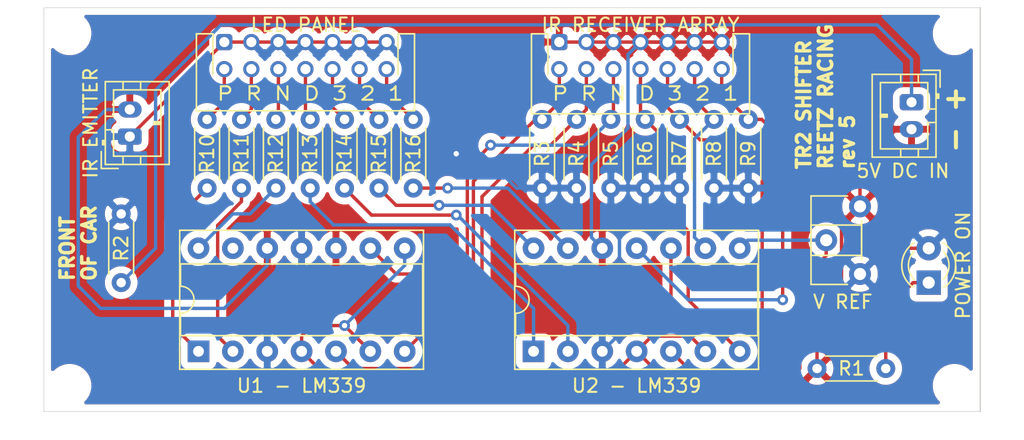
<source format=kicad_pcb>
(kicad_pcb (version 20171130) (host pcbnew "(5.1.5-0)")
  (layers (0 F.Cu signal) (31 B.Cu signal) (34 B.Paste user) (35 F.Paste user) (36 B.SilkS user) (37 F.SilkS user) (38 B.Mask user) (39 F.Mask user) (44 Edge.Cuts user))
  (net 0 "")
  (net 1 GND)
  (net 2 PARK_IR)
  (net 3 REV_IR)
  (net 4 NEU_IR)
  (net 5 DRIVE_IR)
  (net 6 3_IR)
  (net 7 +5V)
  (net 8 PARK_INDICATOR)
  (net 9 REV_INDICATOR)
  (net 10 NEU_INDICATOR)
  (net 11 DRIVE_INDICATOR)
  (net 12 3_INDICATOR)
  (net 13 2_IR)
  (net 14 1_IR)
  (net 15 2_INDICATOR)
  (net 16 1_INDICATOR)
  (net 17 "Net-(R14-Pad2)")
  (net 18 "Net-(R15-Pad2)")
  (net 19 REF_V)
  (net 20 "Net-(J3-Pad1)")
  (net 21 "Net-(D1-Pad1)")
  (net 22 "Net-(U1-Pad13)")
  (net 23 "Net-(R10-Pad1)")
  (net 24 "Net-(R11-Pad1)")
  (net 25 "Net-(R12-Pad2)")
  (net 26 "Net-(R13-Pad2)")
  (net 27 "Net-(R16-Pad2)")
  (module Connector_JST:JST_PHD_S14B-PHDSS_2x07_P2.00mm_Horizontal (layer F.Cu) (at 165.1 71.12)
    (fp_text reference "LED PANEL" (at 6 -1.27) (layer F.SilkS))
    (fp_text value Conn_02x07_Odd_Even)
    (fp_line (start -0.84 2.39) (end -0.84 -0.61) (layer F.SilkS) (width 0.12))
    (fp_line (start -0.84 -0.61) (end -2.06 -0.61) (layer F.SilkS) (width 0.12))
    (fp_line (start -2.06 -0.61) (end -2.06 5.08) (layer F.SilkS) (width 0.12))
    (fp_line (start -2.06 5.08) (end 6 5.08) (layer F.SilkS) (width 0.12))
    (fp_line (start 12.84 2.39) (end 12.84 -0.61) (layer F.SilkS) (width 0.12))
    (fp_line (start 12.84 -0.61) (end 14.06 -0.61) (layer F.SilkS) (width 0.12))
    (fp_line (start 14.06 -0.61) (end 14.06 5.08) (layer F.SilkS) (width 0.12))
    (fp_line (start 14.06 5.08) (end 6 5.08) (layer F.SilkS) (width 0.12))
    (pad 1 thru_hole roundrect (at 0 0) (size 1.2 1.2) (drill 0.75) (layers *.Cu *.Mask) (roundrect_rratio 0.208333) (net 7 +5V))
    (pad 3 thru_hole circle (at 2 0) (size 1.2 1.2) (drill 0.75) (layers *.Cu *.Mask) (net 7 +5V))
    (pad 5 thru_hole circle (at 4 0) (size 1.2 1.2) (drill 0.75) (layers *.Cu *.Mask) (net 7 +5V))
    (pad 7 thru_hole circle (at 6 0) (size 1.2 1.2) (drill 0.75) (layers *.Cu *.Mask) (net 7 +5V))
    (pad 9 thru_hole circle (at 8 0) (size 1.2 1.2) (drill 0.75) (layers *.Cu *.Mask) (net 7 +5V))
    (pad 11 thru_hole circle (at 10 0) (size 1.2 1.2) (drill 0.75) (layers *.Cu *.Mask) (net 7 +5V))
    (pad 13 thru_hole circle (at 12 0) (size 1.2 1.2) (drill 0.75) (layers *.Cu *.Mask) (net 7 +5V))
    (pad 2 thru_hole circle (at 0 2) (size 1.2 1.2) (drill 0.75) (layers *.Cu *.Mask) (net 8 PARK_INDICATOR))
    (pad 4 thru_hole circle (at 2 2) (size 1.2 1.2) (drill 0.75) (layers *.Cu *.Mask) (net 9 REV_INDICATOR))
    (pad 6 thru_hole circle (at 4 2) (size 1.2 1.2) (drill 0.75) (layers *.Cu *.Mask) (net 10 NEU_INDICATOR))
    (pad 8 thru_hole circle (at 6 2) (size 1.2 1.2) (drill 0.75) (layers *.Cu *.Mask) (net 11 DRIVE_INDICATOR))
    (pad 10 thru_hole circle (at 8 2) (size 1.2 1.2) (drill 0.75) (layers *.Cu *.Mask) (net 12 3_INDICATOR))
    (pad 12 thru_hole circle (at 10 2) (size 1.2 1.2) (drill 0.75) (layers *.Cu *.Mask) (net 15 2_INDICATOR))
    (pad 14 thru_hole circle (at 12 2) (size 1.2 1.2) (drill 0.75) (layers *.Cu *.Mask) (net 16 1_INDICATOR))
  )
  (module Connector_JST:JST_PHD_S14B-PHDSS_2x07_P2.00mm_Horizontal (layer F.Cu) (at 189.865 71.12)
    (fp_text reference "IR RECEIVER ARRAY" (at 6 -1.27) (layer F.SilkS))
    (fp_text value Conn_02x07_Odd_Even)
    (fp_line (start 14.06 5.3) (end 6 5.3) (layer F.SilkS) (width 0.12))
    (fp_line (start 14.06 -0.61) (end 14.06 5.3) (layer F.SilkS) (width 0.12))
    (fp_line (start 12.84 -0.61) (end 14.06 -0.61) (layer F.SilkS) (width 0.12))
    (fp_line (start 12.84 2.39) (end 12.84 -0.61) (layer F.SilkS) (width 0.12))
    (fp_line (start -2.06 5.3) (end 6 5.3) (layer F.SilkS) (width 0.12))
    (fp_line (start -2.06 -0.61) (end -2.06 5.3) (layer F.SilkS) (width 0.12))
    (fp_line (start -0.84 -0.61) (end -2.06 -0.61) (layer F.SilkS) (width 0.12))
    (fp_line (start -0.84 2.39) (end -0.84 -0.61) (layer F.SilkS) (width 0.12))
    (pad 14 thru_hole circle (at 12 2) (size 1.2 1.2) (drill 0.75) (layers *.Cu *.Mask) (net 14 1_IR))
    (pad 12 thru_hole circle (at 10 2) (size 1.2 1.2) (drill 0.75) (layers *.Cu *.Mask) (net 13 2_IR))
    (pad 10 thru_hole circle (at 8 2) (size 1.2 1.2) (drill 0.75) (layers *.Cu *.Mask) (net 6 3_IR))
    (pad 8 thru_hole circle (at 6 2) (size 1.2 1.2) (drill 0.75) (layers *.Cu *.Mask) (net 5 DRIVE_IR))
    (pad 6 thru_hole circle (at 4 2) (size 1.2 1.2) (drill 0.75) (layers *.Cu *.Mask) (net 4 NEU_IR))
    (pad 4 thru_hole circle (at 2 2) (size 1.2 1.2) (drill 0.75) (layers *.Cu *.Mask) (net 3 REV_IR))
    (pad 2 thru_hole circle (at 0 2) (size 1.2 1.2) (drill 0.75) (layers *.Cu *.Mask) (net 2 PARK_IR))
    (pad 13 thru_hole circle (at 12 0) (size 1.2 1.2) (drill 0.75) (layers *.Cu *.Mask) (net 1 GND))
    (pad 11 thru_hole circle (at 10 0) (size 1.2 1.2) (drill 0.75) (layers *.Cu *.Mask) (net 1 GND))
    (pad 9 thru_hole circle (at 8 0) (size 1.2 1.2) (drill 0.75) (layers *.Cu *.Mask) (net 1 GND))
    (pad 7 thru_hole circle (at 6 0) (size 1.2 1.2) (drill 0.75) (layers *.Cu *.Mask) (net 1 GND))
    (pad 5 thru_hole circle (at 4 0) (size 1.2 1.2) (drill 0.75) (layers *.Cu *.Mask) (net 1 GND))
    (pad 3 thru_hole circle (at 2 0) (size 1.2 1.2) (drill 0.75) (layers *.Cu *.Mask) (net 1 GND))
    (pad 1 thru_hole roundrect (at 0 0) (size 1.2 1.2) (drill 0.75) (layers *.Cu *.Mask) (roundrect_rratio 0.208333) (net 1 GND))
  )
  (module Resistor_THT:R_Axial_DIN0204_L3.6mm_D1.6mm_P5.08mm_Horizontal (layer F.Cu) (at 188.595 76.835 270)
    (fp_text reference R3 (at 2.54 0 90) (layer F.SilkS))
    (fp_text value 1KΩ)
    (fp_line (start 0.62 0.92) (end 4.46 0.92) (layer F.SilkS) (width 0.12))
    (fp_line (start 0.62 -0.92) (end 4.46 -0.92) (layer F.SilkS) (width 0.12))
    (pad 2 thru_hole oval (at 5.08 0 270) (size 1.4 1.4) (drill 0.7) (layers *.Cu *.Mask) (net 7 +5V))
    (pad 1 thru_hole circle (at 0 0 270) (size 1.4 1.4) (drill 0.7) (layers *.Cu *.Mask) (net 2 PARK_IR))
  )
  (module Resistor_THT:R_Axial_DIN0204_L3.6mm_D1.6mm_P5.08mm_Horizontal (layer F.Cu) (at 179.07 76.835 270)
    (fp_text reference R16 (at 2.54 0 90) (layer F.SilkS))
    (fp_text value 22KΩ)
    (fp_line (start 0.62 0.92) (end 4.46 0.92) (layer F.SilkS) (width 0.12))
    (fp_line (start 0.62 -0.92) (end 4.46 -0.92) (layer F.SilkS) (width 0.12))
    (pad 2 thru_hole oval (at 5.08 0 270) (size 1.4 1.4) (drill 0.7) (layers *.Cu *.Mask) (net 27 "Net-(R16-Pad2)"))
    (pad 1 thru_hole circle (at 0 0 270) (size 1.4 1.4) (drill 0.7) (layers *.Cu *.Mask) (net 16 1_INDICATOR))
  )
  (module Resistor_THT:R_Axial_DIN0204_L3.6mm_D1.6mm_P5.08mm_Horizontal (layer F.Cu) (at 176.53 76.835 270)
    (fp_text reference R15 (at 2.54 0 90) (layer F.SilkS))
    (fp_text value 22KΩ)
    (fp_line (start 0.62 0.92) (end 4.46 0.92) (layer F.SilkS) (width 0.12))
    (fp_line (start 0.62 -0.92) (end 4.46 -0.92) (layer F.SilkS) (width 0.12))
    (pad 2 thru_hole oval (at 5.08 0 270) (size 1.4 1.4) (drill 0.7) (layers *.Cu *.Mask) (net 18 "Net-(R15-Pad2)"))
    (pad 1 thru_hole circle (at 0 0 270) (size 1.4 1.4) (drill 0.7) (layers *.Cu *.Mask) (net 15 2_INDICATOR))
  )
  (module Resistor_THT:R_Axial_DIN0204_L3.6mm_D1.6mm_P5.08mm_Horizontal (layer F.Cu) (at 203.835 76.835 270)
    (fp_text reference R9 (at 2.54 0 90) (layer F.SilkS))
    (fp_text value 1KΩ)
    (fp_line (start 0.62 0.92) (end 4.46 0.92) (layer F.SilkS) (width 0.12))
    (fp_line (start 0.62 -0.92) (end 4.46 -0.92) (layer F.SilkS) (width 0.12))
    (pad 2 thru_hole oval (at 5.08 0 270) (size 1.4 1.4) (drill 0.7) (layers *.Cu *.Mask) (net 7 +5V))
    (pad 1 thru_hole circle (at 0 0 270) (size 1.4 1.4) (drill 0.7) (layers *.Cu *.Mask) (net 14 1_IR))
  )
  (module Resistor_THT:R_Axial_DIN0204_L3.6mm_D1.6mm_P5.08mm_Horizontal (layer F.Cu) (at 201.295 76.835 270)
    (fp_text reference R8 (at 2.54 0 90) (layer F.SilkS))
    (fp_text value 1KΩ)
    (fp_line (start 0.62 0.92) (end 4.46 0.92) (layer F.SilkS) (width 0.12))
    (fp_line (start 0.62 -0.92) (end 4.46 -0.92) (layer F.SilkS) (width 0.12))
    (pad 2 thru_hole oval (at 5.08 0 270) (size 1.4 1.4) (drill 0.7) (layers *.Cu *.Mask) (net 7 +5V))
    (pad 1 thru_hole circle (at 0 0 270) (size 1.4 1.4) (drill 0.7) (layers *.Cu *.Mask) (net 13 2_IR))
  )
  (module Resistor_THT:R_Axial_DIN0204_L3.6mm_D1.6mm_P5.08mm_Horizontal (layer F.Cu) (at 173.99 76.835 270)
    (fp_text reference R14 (at 2.54 0 90) (layer F.SilkS))
    (fp_text value 22KΩ)
    (fp_line (start 0.62 0.92) (end 4.46 0.92) (layer F.SilkS) (width 0.12))
    (fp_line (start 0.62 -0.92) (end 4.46 -0.92) (layer F.SilkS) (width 0.12))
    (pad 2 thru_hole oval (at 5.08 0 270) (size 1.4 1.4) (drill 0.7) (layers *.Cu *.Mask) (net 17 "Net-(R14-Pad2)"))
    (pad 1 thru_hole circle (at 0 0 270) (size 1.4 1.4) (drill 0.7) (layers *.Cu *.Mask) (net 12 3_INDICATOR))
  )
  (module Resistor_THT:R_Axial_DIN0204_L3.6mm_D1.6mm_P5.08mm_Horizontal (layer F.Cu) (at 171.45 76.835 270)
    (fp_text reference R13 (at 2.54 0 90) (layer F.SilkS))
    (fp_text value 22KΩ)
    (fp_line (start 0.62 0.92) (end 4.46 0.92) (layer F.SilkS) (width 0.12))
    (fp_line (start 0.62 -0.92) (end 4.46 -0.92) (layer F.SilkS) (width 0.12))
    (pad 2 thru_hole oval (at 5.08 0 270) (size 1.4 1.4) (drill 0.7) (layers *.Cu *.Mask) (net 26 "Net-(R13-Pad2)"))
    (pad 1 thru_hole circle (at 0 0 270) (size 1.4 1.4) (drill 0.7) (layers *.Cu *.Mask) (net 11 DRIVE_INDICATOR))
  )
  (module Resistor_THT:R_Axial_DIN0204_L3.6mm_D1.6mm_P5.08mm_Horizontal (layer F.Cu) (at 168.91 76.835 270)
    (fp_text reference R12 (at 2.54 0 90) (layer F.SilkS))
    (fp_text value 4.7KΩ)
    (fp_line (start 0.62 0.92) (end 4.46 0.92) (layer F.SilkS) (width 0.12))
    (fp_line (start 0.62 -0.92) (end 4.46 -0.92) (layer F.SilkS) (width 0.12))
    (pad 2 thru_hole oval (at 5.08 0 270) (size 1.4 1.4) (drill 0.7) (layers *.Cu *.Mask) (net 25 "Net-(R12-Pad2)"))
    (pad 1 thru_hole circle (at 0 0 270) (size 1.4 1.4) (drill 0.7) (layers *.Cu *.Mask) (net 10 NEU_INDICATOR))
  )
  (module Resistor_THT:R_Axial_DIN0204_L3.6mm_D1.6mm_P5.08mm_Horizontal (layer F.Cu) (at 166.37 81.915 90)
    (fp_text reference R11 (at 2.54 0 90) (layer F.SilkS))
    (fp_text value 4.7KΩ)
    (fp_line (start 0.62 0.92) (end 4.46 0.92) (layer F.SilkS) (width 0.12))
    (fp_line (start 0.62 -0.92) (end 4.46 -0.92) (layer F.SilkS) (width 0.12))
    (pad 2 thru_hole oval (at 5.08 0 90) (size 1.4 1.4) (drill 0.7) (layers *.Cu *.Mask) (net 9 REV_INDICATOR))
    (pad 1 thru_hole circle (at 0 0 90) (size 1.4 1.4) (drill 0.7) (layers *.Cu *.Mask) (net 24 "Net-(R11-Pad1)"))
  )
  (module Resistor_THT:R_Axial_DIN0204_L3.6mm_D1.6mm_P5.08mm_Horizontal (layer F.Cu) (at 163.83 81.915 90)
    (fp_text reference R10 (at 2.54 0 90) (layer F.SilkS))
    (fp_text value 4.7KΩ)
    (fp_line (start 0.62 0.92) (end 4.46 0.92) (layer F.SilkS) (width 0.12))
    (fp_line (start 0.62 -0.92) (end 4.46 -0.92) (layer F.SilkS) (width 0.12))
    (pad 2 thru_hole oval (at 5.08 0 90) (size 1.4 1.4) (drill 0.7) (layers *.Cu *.Mask) (net 8 PARK_INDICATOR))
    (pad 1 thru_hole circle (at 0 0 90) (size 1.4 1.4) (drill 0.7) (layers *.Cu *.Mask) (net 23 "Net-(R10-Pad1)"))
  )
  (module Resistor_THT:R_Axial_DIN0204_L3.6mm_D1.6mm_P5.08mm_Horizontal (layer F.Cu) (at 198.755 76.835 270)
    (fp_text reference R7 (at 2.54 0 90) (layer F.SilkS))
    (fp_text value 1KΩ)
    (fp_line (start 0.62 0.92) (end 4.46 0.92) (layer F.SilkS) (width 0.12))
    (fp_line (start 0.62 -0.92) (end 4.46 -0.92) (layer F.SilkS) (width 0.12))
    (pad 2 thru_hole oval (at 5.08 0 270) (size 1.4 1.4) (drill 0.7) (layers *.Cu *.Mask) (net 7 +5V))
    (pad 1 thru_hole circle (at 0 0 270) (size 1.4 1.4) (drill 0.7) (layers *.Cu *.Mask) (net 6 3_IR))
  )
  (module Resistor_THT:R_Axial_DIN0204_L3.6mm_D1.6mm_P5.08mm_Horizontal (layer F.Cu) (at 196.215 76.835 270)
    (fp_text reference R6 (at 2.54 0 90) (layer F.SilkS))
    (fp_text value 1KΩ)
    (fp_line (start 0.62 0.92) (end 4.46 0.92) (layer F.SilkS) (width 0.12))
    (fp_line (start 0.62 -0.92) (end 4.46 -0.92) (layer F.SilkS) (width 0.12))
    (pad 2 thru_hole oval (at 5.08 0 270) (size 1.4 1.4) (drill 0.7) (layers *.Cu *.Mask) (net 7 +5V))
    (pad 1 thru_hole circle (at 0 0 270) (size 1.4 1.4) (drill 0.7) (layers *.Cu *.Mask) (net 5 DRIVE_IR))
  )
  (module Resistor_THT:R_Axial_DIN0204_L3.6mm_D1.6mm_P5.08mm_Horizontal (layer F.Cu) (at 193.675 76.835 270)
    (fp_text reference R5 (at 2.54 0 90) (layer F.SilkS))
    (fp_text value 1KΩ)
    (fp_line (start 0.62 0.92) (end 4.46 0.92) (layer F.SilkS) (width 0.12))
    (fp_line (start 0.62 -0.92) (end 4.46 -0.92) (layer F.SilkS) (width 0.12))
    (pad 2 thru_hole oval (at 5.08 0 270) (size 1.4 1.4) (drill 0.7) (layers *.Cu *.Mask) (net 7 +5V))
    (pad 1 thru_hole circle (at 0 0 270) (size 1.4 1.4) (drill 0.7) (layers *.Cu *.Mask) (net 4 NEU_IR))
  )
  (module Resistor_THT:R_Axial_DIN0204_L3.6mm_D1.6mm_P5.08mm_Horizontal (layer F.Cu) (at 191.135 76.835 270)
    (fp_text reference R4 (at 2.54 0 90) (layer F.SilkS))
    (fp_text value 1KΩ)
    (fp_line (start 0.62 0.92) (end 4.46 0.92) (layer F.SilkS) (width 0.12))
    (fp_line (start 0.62 -0.92) (end 4.46 -0.92) (layer F.SilkS) (width 0.12))
    (pad 2 thru_hole oval (at 5.08 0 270) (size 1.4 1.4) (drill 0.7) (layers *.Cu *.Mask) (net 7 +5V))
    (pad 1 thru_hole circle (at 0 0 270) (size 1.4 1.4) (drill 0.7) (layers *.Cu *.Mask) (net 3 REV_IR))
  )
  (module LED_THT:LED_D3.0mm (layer F.Cu) (at 217.17 88.9 90)
    (fp_text reference "POWER ON" (at 1.27 2.54 90) (layer F.SilkS))
    (fp_text value "POWER ON")
    (fp_line (start -0.29 1.08) (end -0.29 1.236) (layer F.SilkS) (width 0.12))
    (fp_line (start -0.29 -1.236) (end -0.29 -1.08) (layer F.SilkS) (width 0.12))
    (fp_arc (start 1.27 0) (end 0.229039 1.08) (angle -87.9) (layer F.SilkS) (width 0.12))
    (fp_arc (start 1.27 0) (end 0.229039 -1.08) (angle 87.9) (layer F.SilkS) (width 0.12))
    (fp_arc (start 1.27 0) (end -0.29 1.235516) (angle -108.8) (layer F.SilkS) (width 0.12))
    (fp_arc (start 1.27 0) (end -0.29 -1.235516) (angle 108.8) (layer F.SilkS) (width 0.12))
    (pad 2 thru_hole circle (at 2.54 0 90) (size 1.8 1.8) (drill 0.9) (layers *.Cu *.Mask) (net 7 +5V))
    (pad 1 thru_hole rect (at 0 0 90) (size 1.8 1.8) (drill 0.9) (layers *.Cu *.Mask) (net 21 "Net-(D1-Pad1)"))
  )
  (module Package_DIP:DIP-14_W7.62mm_Socket (layer F.Cu) (at 187.96 93.98 90)
    (fp_text reference "U2 - LM339" (at -2.54 7.62 180) (layer F.SilkS))
    (fp_text value LM339_DIP)
    (fp_line (start 8.95 -1.39) (end -1.33 -1.39) (layer F.SilkS) (width 0.12))
    (fp_line (start 8.95 16.63) (end 8.95 -1.39) (layer F.SilkS) (width 0.12))
    (fp_line (start -1.33 16.63) (end 8.95 16.63) (layer F.SilkS) (width 0.12))
    (fp_line (start -1.33 -1.39) (end -1.33 16.63) (layer F.SilkS) (width 0.12))
    (fp_line (start 6.46 -1.33) (end 4.81 -1.33) (layer F.SilkS) (width 0.12))
    (fp_line (start 6.46 16.57) (end 6.46 -1.33) (layer F.SilkS) (width 0.12))
    (fp_line (start 1.16 16.57) (end 6.46 16.57) (layer F.SilkS) (width 0.12))
    (fp_line (start 1.16 -1.33) (end 1.16 16.57) (layer F.SilkS) (width 0.12))
    (fp_line (start 2.81 -1.33) (end 1.16 -1.33) (layer F.SilkS) (width 0.12))
    (fp_arc (start 3.81 -1.33) (end 2.81 -1.33) (angle -180) (layer F.SilkS) (width 0.12))
    (pad 14 thru_hole oval (at 7.62 0 90) (size 1.6 1.6) (drill 0.8) (layers *.Cu *.Mask) (net 18 "Net-(R15-Pad2)"))
    (pad 7 thru_hole oval (at 0 15.24 90) (size 1.6 1.6) (drill 0.8) (layers *.Cu *.Mask) (net 5 DRIVE_IR))
    (pad 13 thru_hole oval (at 7.62 2.54 90) (size 1.6 1.6) (drill 0.8) (layers *.Cu *.Mask) (net 27 "Net-(R16-Pad2)"))
    (pad 6 thru_hole oval (at 0 12.7 90) (size 1.6 1.6) (drill 0.8) (layers *.Cu *.Mask) (net 19 REF_V))
    (pad 12 thru_hole oval (at 7.62 5.08 90) (size 1.6 1.6) (drill 0.8) (layers *.Cu *.Mask) (net 1 GND))
    (pad 5 thru_hole oval (at 0 10.16 90) (size 1.6 1.6) (drill 0.8) (layers *.Cu *.Mask) (net 6 3_IR))
    (pad 11 thru_hole oval (at 7.62 7.62 90) (size 1.6 1.6) (drill 0.8) (layers *.Cu *.Mask) (net 14 1_IR))
    (pad 4 thru_hole oval (at 0 7.62 90) (size 1.6 1.6) (drill 0.8) (layers *.Cu *.Mask) (net 19 REF_V))
    (pad 10 thru_hole oval (at 7.62 10.16 90) (size 1.6 1.6) (drill 0.8) (layers *.Cu *.Mask) (net 19 REF_V))
    (pad 3 thru_hole oval (at 0 5.08 90) (size 1.6 1.6) (drill 0.8) (layers *.Cu *.Mask) (net 7 +5V))
    (pad 9 thru_hole oval (at 7.62 12.7 90) (size 1.6 1.6) (drill 0.8) (layers *.Cu *.Mask) (net 13 2_IR))
    (pad 2 thru_hole oval (at 0 2.54 90) (size 1.6 1.6) (drill 0.8) (layers *.Cu *.Mask) (net 17 "Net-(R14-Pad2)"))
    (pad 8 thru_hole oval (at 7.62 15.24 90) (size 1.6 1.6) (drill 0.8) (layers *.Cu *.Mask) (net 19 REF_V))
    (pad 1 thru_hole rect (at 0 0 90) (size 1.6 1.6) (drill 0.8) (layers *.Cu *.Mask) (net 26 "Net-(R13-Pad2)"))
  )
  (module Package_DIP:DIP-14_W7.62mm_Socket (layer F.Cu) (at 163.195 93.98 90)
    (fp_text reference "U1 - LM339" (at -2.54 7.62 180) (layer F.SilkS))
    (fp_text value LM339_DIP)
    (fp_line (start 8.95 -1.39) (end -1.33 -1.39) (layer F.SilkS) (width 0.12))
    (fp_line (start 8.95 16.63) (end 8.95 -1.39) (layer F.SilkS) (width 0.12))
    (fp_line (start -1.33 16.63) (end 8.95 16.63) (layer F.SilkS) (width 0.12))
    (fp_line (start -1.33 -1.39) (end -1.33 16.63) (layer F.SilkS) (width 0.12))
    (fp_line (start 6.46 -1.33) (end 4.81 -1.33) (layer F.SilkS) (width 0.12))
    (fp_line (start 6.46 16.57) (end 6.46 -1.33) (layer F.SilkS) (width 0.12))
    (fp_line (start 1.16 16.57) (end 6.46 16.57) (layer F.SilkS) (width 0.12))
    (fp_line (start 1.16 -1.33) (end 1.16 16.57) (layer F.SilkS) (width 0.12))
    (fp_line (start 2.81 -1.33) (end 1.16 -1.33) (layer F.SilkS) (width 0.12))
    (fp_arc (start 3.81 -1.33) (end 2.81 -1.33) (angle -180) (layer F.SilkS) (width 0.12))
    (pad 14 thru_hole oval (at 7.62 0 90) (size 1.6 1.6) (drill 0.8) (layers *.Cu *.Mask) (net 25 "Net-(R12-Pad2)"))
    (pad 7 thru_hole oval (at 0 15.24 90) (size 1.6 1.6) (drill 0.8) (layers *.Cu *.Mask) (net 2 PARK_IR))
    (pad 13 thru_hole oval (at 7.62 2.54 90) (size 1.6 1.6) (drill 0.8) (layers *.Cu *.Mask) (net 22 "Net-(U1-Pad13)"))
    (pad 6 thru_hole oval (at 0 12.7 90) (size 1.6 1.6) (drill 0.8) (layers *.Cu *.Mask) (net 19 REF_V))
    (pad 12 thru_hole oval (at 7.62 5.08 90) (size 1.6 1.6) (drill 0.8) (layers *.Cu *.Mask) (net 1 GND))
    (pad 5 thru_hole oval (at 0 10.16 90) (size 1.6 1.6) (drill 0.8) (layers *.Cu *.Mask) (net 3 REV_IR))
    (pad 11 thru_hole oval (at 7.62 7.62 90) (size 1.6 1.6) (drill 0.8) (layers *.Cu *.Mask) (net 7 +5V))
    (pad 4 thru_hole oval (at 0 7.62 90) (size 1.6 1.6) (drill 0.8) (layers *.Cu *.Mask) (net 19 REF_V))
    (pad 10 thru_hole oval (at 7.62 10.16 90) (size 1.6 1.6) (drill 0.8) (layers *.Cu *.Mask) (net 1 GND))
    (pad 3 thru_hole oval (at 0 5.08 90) (size 1.6 1.6) (drill 0.8) (layers *.Cu *.Mask) (net 7 +5V))
    (pad 9 thru_hole oval (at 7.62 12.7 90) (size 1.6 1.6) (drill 0.8) (layers *.Cu *.Mask) (net 4 NEU_IR))
    (pad 2 thru_hole oval (at 0 2.54 90) (size 1.6 1.6) (drill 0.8) (layers *.Cu *.Mask) (net 24 "Net-(R11-Pad1)"))
    (pad 8 thru_hole oval (at 7.62 15.24 90) (size 1.6 1.6) (drill 0.8) (layers *.Cu *.Mask) (net 19 REF_V))
    (pad 1 thru_hole rect (at 0 0 90) (size 1.6 1.6) (drill 0.8) (layers *.Cu *.Mask) (net 23 "Net-(R10-Pad1)"))
  )
  (module Resistor_THT:R_Axial_DIN0204_L3.6mm_D1.6mm_P5.08mm_Horizontal (layer F.Cu) (at 208.915 95.25)
    (fp_text reference R1 (at 2.54 0) (layer F.SilkS))
    (fp_text value 22KΩ)
    (fp_line (start 0.62 0.92) (end 4.46 0.92) (layer F.SilkS) (width 0.12))
    (fp_line (start 0.62 -0.92) (end 4.46 -0.92) (layer F.SilkS) (width 0.12))
    (pad 2 thru_hole oval (at 5.08 0) (size 1.4 1.4) (drill 0.7) (layers *.Cu *.Mask) (net 21 "Net-(D1-Pad1)"))
    (pad 1 thru_hole circle (at 0 0) (size 1.4 1.4) (drill 0.7) (layers *.Cu *.Mask) (net 1 GND))
  )
  (module MountingHole:MountingHole_2.2mm_M2 (layer F.Cu) (at 219.075 96.52)
    (fp_text reference H4 hide)
    (fp_text value MountingHole)
    (pad 1 np_thru_hole circle (at 0 0) (size 2.2 2.2) (drill 2.2) (layers *.Cu *.Mask))
  )
  (module MountingHole:MountingHole_2.2mm_M2 (layer F.Cu) (at 153.67 96.52)
    (fp_text reference H3 hide)
    (fp_text value MountingHole)
    (pad 1 np_thru_hole circle (at 0 0) (size 2.2 2.2) (drill 2.2) (layers *.Cu *.Mask))
  )
  (module MountingHole:MountingHole_2.2mm_M2 (layer F.Cu) (at 219.075 70.485)
    (fp_text reference H2 hide)
    (fp_text value MountingHole)
    (pad 1 np_thru_hole circle (at 0 0) (size 2.2 2.2) (drill 2.2) (layers *.Cu *.Mask))
  )
  (module MountingHole:MountingHole_2.2mm_M2 (layer F.Cu) (at 153.67 70.485)
    (fp_text reference H1 hide)
    (fp_text value MountingHole)
    (pad 1 np_thru_hole circle (at 0 0) (size 2.2 2.2) (drill 2.2) (layers *.Cu *.Mask))
  )
  (module Connector_JST:JST_PH_B2B-PH-K_1x02_P2.00mm_Vertical (layer F.Cu) (at 158.115 78.105 90)
    (fp_text reference "IR EMITTER" (at 1 -2.9 90) (layer F.SilkS))
    (fp_text value Conn_01x02)
    (fp_line (start -2.36 -2.11) (end -2.36 -0.86) (layer F.SilkS) (width 0.12))
    (fp_line (start -1.11 -2.11) (end -2.36 -2.11) (layer F.SilkS) (width 0.12))
    (fp_line (start 1 2.3) (end 1 1.8) (layer F.SilkS) (width 0.12))
    (fp_line (start 1.1 1.8) (end 1.1 2.3) (layer F.SilkS) (width 0.12))
    (fp_line (start 0.9 1.8) (end 1.1 1.8) (layer F.SilkS) (width 0.12))
    (fp_line (start 0.9 2.3) (end 0.9 1.8) (layer F.SilkS) (width 0.12))
    (fp_line (start 4.06 0.8) (end 3.45 0.8) (layer F.SilkS) (width 0.12))
    (fp_line (start 4.06 -0.5) (end 3.45 -0.5) (layer F.SilkS) (width 0.12))
    (fp_line (start -2.06 0.8) (end -1.45 0.8) (layer F.SilkS) (width 0.12))
    (fp_line (start -2.06 -0.5) (end -1.45 -0.5) (layer F.SilkS) (width 0.12))
    (fp_line (start 1.5 -1.2) (end 1.5 -1.81) (layer F.SilkS) (width 0.12))
    (fp_line (start 3.45 -1.2) (end 1.5 -1.2) (layer F.SilkS) (width 0.12))
    (fp_line (start 3.45 2.3) (end 3.45 -1.2) (layer F.SilkS) (width 0.12))
    (fp_line (start -1.45 2.3) (end 3.45 2.3) (layer F.SilkS) (width 0.12))
    (fp_line (start -1.45 -1.2) (end -1.45 2.3) (layer F.SilkS) (width 0.12))
    (fp_line (start 0.5 -1.2) (end -1.45 -1.2) (layer F.SilkS) (width 0.12))
    (fp_line (start 0.5 -1.81) (end 0.5 -1.2) (layer F.SilkS) (width 0.12))
    (fp_line (start -0.3 -1.91) (end -0.6 -1.91) (layer F.SilkS) (width 0.12))
    (fp_line (start -0.6 -2.01) (end -0.6 -1.81) (layer F.SilkS) (width 0.12))
    (fp_line (start -0.3 -2.01) (end -0.6 -2.01) (layer F.SilkS) (width 0.12))
    (fp_line (start -0.3 -1.81) (end -0.3 -2.01) (layer F.SilkS) (width 0.12))
    (fp_line (start 4.06 -1.81) (end -2.06 -1.81) (layer F.SilkS) (width 0.12))
    (fp_line (start 4.06 2.91) (end 4.06 -1.81) (layer F.SilkS) (width 0.12))
    (fp_line (start -2.06 2.91) (end 4.06 2.91) (layer F.SilkS) (width 0.12))
    (fp_line (start -2.06 -1.81) (end -2.06 2.91) (layer F.SilkS) (width 0.12))
    (pad 2 thru_hole oval (at 2 0 90) (size 1.2 1.75) (drill 0.75) (layers *.Cu *.Mask) (net 1 GND))
    (pad 1 thru_hole roundrect (at 0 0 90) (size 1.2 1.75) (drill 0.75) (layers *.Cu *.Mask) (roundrect_rratio 0.208333) (net 7 +5V))
  )
  (module Potentiometer_THT:Potentiometer_ACP_CA6-H2,5_Horizontal (layer F.Cu) (at 212.09 88.265 180)
    (fp_text reference "V REF" (at 1.27 -2.06) (layer F.SilkS))
    (fp_text value R_Potentiometer_Trim_US)
    (fp_line (start 3.62 1.38) (end 3.62 3.62) (layer F.SilkS) (width 0.12))
    (fp_line (start -0.121 1.38) (end -0.121 3.62) (layer F.SilkS) (width 0.12))
    (fp_line (start -0.121 3.62) (end 3.62 3.62) (layer F.SilkS) (width 0.12))
    (fp_line (start -0.121 1.38) (end 3.62 1.38) (layer F.SilkS) (width 0.12))
    (fp_line (start -0.121 1.066) (end -0.121 3.935) (layer F.SilkS) (width 0.12))
    (fp_line (start 3.62 -0.77) (end 3.62 5.77) (layer F.SilkS) (width 0.12))
    (fp_line (start 0.925 5.77) (end 3.62 5.77) (layer F.SilkS) (width 0.12))
    (fp_line (start 0.925 -0.77) (end 3.62 -0.77) (layer F.SilkS) (width 0.12))
    (pad 1 thru_hole circle (at 0 0 180) (size 1.62 1.62) (drill 0.9) (layers *.Cu *.Mask) (net 7 +5V))
    (pad 2 thru_hole circle (at 2.5 2.5 180) (size 1.62 1.62) (drill 0.9) (layers *.Cu *.Mask) (net 19 REF_V))
    (pad 3 thru_hole circle (at 0 5 180) (size 1.62 1.62) (drill 0.9) (layers *.Cu *.Mask) (net 1 GND))
  )
  (module Connector_JST:JST_PH_B2B-PH-K_1x02_P2.00mm_Vertical (layer F.Cu) (at 215.9 75.565 270)
    (fp_text reference "5V DC IN" (at 5.08 0.635 180) (layer F.SilkS))
    (fp_text value Conn_01x02)
    (fp_line (start -2.36 -2.11) (end -2.36 -0.86) (layer F.SilkS) (width 0.12))
    (fp_line (start -1.11 -2.11) (end -2.36 -2.11) (layer F.SilkS) (width 0.12))
    (fp_line (start 1 2.3) (end 1 1.8) (layer F.SilkS) (width 0.12))
    (fp_line (start 1.1 1.8) (end 1.1 2.3) (layer F.SilkS) (width 0.12))
    (fp_line (start 0.9 1.8) (end 1.1 1.8) (layer F.SilkS) (width 0.12))
    (fp_line (start 0.9 2.3) (end 0.9 1.8) (layer F.SilkS) (width 0.12))
    (fp_line (start 4.06 0.8) (end 3.45 0.8) (layer F.SilkS) (width 0.12))
    (fp_line (start 4.06 -0.5) (end 3.45 -0.5) (layer F.SilkS) (width 0.12))
    (fp_line (start -2.06 0.8) (end -1.45 0.8) (layer F.SilkS) (width 0.12))
    (fp_line (start -2.06 -0.5) (end -1.45 -0.5) (layer F.SilkS) (width 0.12))
    (fp_line (start 1.5 -1.2) (end 1.5 -1.81) (layer F.SilkS) (width 0.12))
    (fp_line (start 3.45 -1.2) (end 1.5 -1.2) (layer F.SilkS) (width 0.12))
    (fp_line (start 3.45 2.3) (end 3.45 -1.2) (layer F.SilkS) (width 0.12))
    (fp_line (start -1.45 2.3) (end 3.45 2.3) (layer F.SilkS) (width 0.12))
    (fp_line (start -1.45 -1.2) (end -1.45 2.3) (layer F.SilkS) (width 0.12))
    (fp_line (start 0.5 -1.2) (end -1.45 -1.2) (layer F.SilkS) (width 0.12))
    (fp_line (start 0.5 -1.81) (end 0.5 -1.2) (layer F.SilkS) (width 0.12))
    (fp_line (start -0.3 -1.91) (end -0.6 -1.91) (layer F.SilkS) (width 0.12))
    (fp_line (start -0.6 -2.01) (end -0.6 -1.81) (layer F.SilkS) (width 0.12))
    (fp_line (start -0.3 -2.01) (end -0.6 -2.01) (layer F.SilkS) (width 0.12))
    (fp_line (start -0.3 -1.81) (end -0.3 -2.01) (layer F.SilkS) (width 0.12))
    (fp_line (start 4.06 -1.81) (end -2.06 -1.81) (layer F.SilkS) (width 0.12))
    (fp_line (start 4.06 2.91) (end 4.06 -1.81) (layer F.SilkS) (width 0.12))
    (fp_line (start -2.06 2.91) (end 4.06 2.91) (layer F.SilkS) (width 0.12))
    (fp_line (start -2.06 -1.81) (end -2.06 2.91) (layer F.SilkS) (width 0.12))
    (pad 2 thru_hole oval (at 2 0 270) (size 1.2 1.75) (drill 0.75) (layers *.Cu *.Mask) (net 1 GND))
    (pad 1 thru_hole roundrect (at 0 0 270) (size 1.2 1.75) (drill 0.75) (layers *.Cu *.Mask) (roundrect_rratio 0.208333) (net 20 "Net-(J3-Pad1)"))
  )
  (module Resistor_THT:R_Axial_DIN0204_L3.6mm_D1.6mm_P5.08mm_Horizontal (layer F.Cu) (at 157.48 83.82 270)
    (fp_text reference R2 (at 2.54 0 90) (layer F.SilkS))
    (fp_text value 470Ω)
    (fp_line (start 0.62 0.92) (end 4.46 0.92) (layer F.SilkS) (width 0.12))
    (fp_line (start 0.62 -0.92) (end 4.46 -0.92) (layer F.SilkS) (width 0.12))
    (pad 2 thru_hole oval (at 5.08 0 270) (size 1.4 1.4) (drill 0.7) (layers *.Cu *.Mask) (net 20 "Net-(J3-Pad1)"))
    (pad 1 thru_hole circle (at 0 0 270) (size 1.4 1.4) (drill 0.7) (layers *.Cu *.Mask) (net 7 +5V))
  )
  (gr_text "+ -" (at 219.075 76.835 90) (layer F.SilkS) (effects (font (size 1.5 1.5) (thickness 0.3)) (justify mirror)))
  (gr_text "FRONT \nOF CAR" (at 154.305 88.9 90) (layer F.SilkS) (effects (font (size 1 1) (thickness 0.25)) (justify left)))
  (gr_line (start 220.98 68.58) (end 151.765 68.58) (layer Edge.Cuts) (width 0.05))
  (gr_line (start 151.765 98.425) (end 151.765 68.58) (layer Edge.Cuts) (width 0.05))
  (gr_line (start 220.98 98.425) (end 151.765 98.425) (layer Edge.Cuts) (width 0.05))
  (gr_text "P R N D 3 2 1" (at 196.215 74.93) (layer F.SilkS) (effects (font (size 1 1.2))))
  (gr_text "P R N D 3 2 1" (at 171.45 74.93) (layer F.SilkS) (effects (font (size 1 1.2))))
  (gr_text "TR2 SHIFTER\nREETZ RACING\nrev 5" (at 209.55 80.645 90) (layer F.SilkS) (effects (font (size 1 1) (thickness 0.25)) (justify left)))
  (gr_line (start 220.98 68.58) (end 220.98 98.425) (layer Edge.Cuts) (width 0.1))
  (segment (start 214.775 77.565) (end 215.9 77.565) (width 0.25) (layer F.Cu) (net 1))
  (segment (start 212.09 80.25) (end 214.775 77.565) (width 0.25) (layer F.Cu) (net 1))
  (segment (start 212.09 83.265) (end 212.09 80.25) (width 0.25) (layer F.Cu) (net 1))
  (segment (start 208.915 92.71) (end 208.915 95.25) (width 0.25) (layer F.Cu) (net 1))
  (segment (start 210.725001 90.899999) (end 208.915 92.71) (width 0.25) (layer F.Cu) (net 1))
  (segment (start 210.725001 84.629999) (end 210.725001 90.899999) (width 0.25) (layer F.Cu) (net 1))
  (segment (start 212.09 83.265) (end 210.725001 84.629999) (width 0.25) (layer F.Cu) (net 1))
  (segment (start 154.305 89.147002) (end 155.962998 90.805) (width 0.25) (layer B.Cu) (net 1))
  (segment (start 154.305 78.155) (end 154.305 89.147002) (width 0.25) (layer B.Cu) (net 1))
  (segment (start 155.962998 90.805) (end 165.1 90.805) (width 0.25) (layer B.Cu) (net 1))
  (segment (start 168.275 87.63) (end 168.275 86.36) (width 0.25) (layer B.Cu) (net 1))
  (segment (start 165.1 90.805) (end 168.275 87.63) (width 0.25) (layer B.Cu) (net 1))
  (segment (start 201.865 71.12) (end 189.865 71.12) (width 0.25) (layer F.Cu) (net 1))
  (segment (start 195.865 71.12) (end 197.865 71.12) (width 0.25) (layer F.Cu) (net 1))
  (segment (start 194.939999 72.045001) (end 194.939999 77.475001) (width 0.25) (layer B.Cu) (net 1))
  (segment (start 195.865 71.12) (end 194.939999 72.045001) (width 0.25) (layer B.Cu) (net 1))
  (segment (start 192.240001 80.174999) (end 192.240001 85.560001) (width 0.25) (layer B.Cu) (net 1))
  (segment (start 192.240001 85.560001) (end 193.04 86.36) (width 0.25) (layer B.Cu) (net 1))
  (segment (start 194.939999 77.475001) (end 192.240001 80.174999) (width 0.25) (layer B.Cu) (net 1))
  (segment (start 156.355 76.105) (end 158.115 76.105) (width 0.25) (layer B.Cu) (net 1))
  (segment (start 154.305 78.155) (end 156.355 76.105) (width 0.25) (layer B.Cu) (net 1))
  (segment (start 189.865 75.565) (end 188.595 76.835) (width 0.25) (layer F.Cu) (net 2))
  (segment (start 189.865 73.12) (end 189.865 75.565) (width 0.25) (layer F.Cu) (net 2))
  (segment (start 183.515 88.9) (end 178.435 93.98) (width 0.25) (layer F.Cu) (net 2))
  (segment (start 183.515 81.420025) (end 183.515 88.9) (width 0.25) (layer F.Cu) (net 2))
  (segment (start 188.100025 76.835) (end 183.515 81.420025) (width 0.25) (layer F.Cu) (net 2))
  (segment (start 188.595 76.835) (end 188.100025 76.835) (width 0.25) (layer F.Cu) (net 2))
  (segment (start 191.865 76.105) (end 191.135 76.835) (width 0.25) (layer F.Cu) (net 3))
  (segment (start 191.865 73.12) (end 191.865 76.105) (width 0.25) (layer F.Cu) (net 3))
  (segment (start 174.625 95.25) (end 173.355 93.98) (width 0.25) (layer F.Cu) (net 3))
  (segment (start 179.705 95.25) (end 174.625 95.25) (width 0.25) (layer F.Cu) (net 3))
  (segment (start 184.15 82.55) (end 184.15 90.805) (width 0.25) (layer F.Cu) (net 3))
  (segment (start 187.96 78.74) (end 184.15 82.55) (width 0.25) (layer F.Cu) (net 3))
  (segment (start 189.23 78.74) (end 187.96 78.74) (width 0.25) (layer F.Cu) (net 3))
  (segment (start 184.15 90.805) (end 179.705 95.25) (width 0.25) (layer F.Cu) (net 3))
  (segment (start 191.135 76.835) (end 189.23 78.74) (width 0.25) (layer F.Cu) (net 3))
  (segment (start 193.865 76.645) (end 193.675 76.835) (width 0.25) (layer F.Cu) (net 4))
  (segment (start 193.865 73.12) (end 193.865 76.645) (width 0.25) (layer F.Cu) (net 4))
  (segment (start 184.785 78.74) (end 184.785 78.74) (width 0.25) (layer F.Cu) (net 4))
  (via (at 184.785 78.74) (size 0.8) (drill 0.4) (layers F.Cu B.Cu) (net 4))
  (segment (start 191.77 78.74) (end 193.675 76.835) (width 0.25) (layer B.Cu) (net 4))
  (segment (start 183.06499 86.81001) (end 181.61 88.265) (width 0.25) (layer F.Cu) (net 4))
  (segment (start 177.8 88.265) (end 175.895 86.36) (width 0.25) (layer F.Cu) (net 4))
  (segment (start 181.61 88.265) (end 177.8 88.265) (width 0.25) (layer F.Cu) (net 4))
  (segment (start 183.06499 80.46001) (end 184.785 78.74) (width 0.25) (layer F.Cu) (net 4))
  (segment (start 183.06499 86.81001) (end 183.06499 80.46001) (width 0.25) (layer F.Cu) (net 4))
  (segment (start 191.77 78.74) (end 184.785 78.74) (width 0.25) (layer B.Cu) (net 4))
  (segment (start 195.865 76.485) (end 196.215 76.835) (width 0.25) (layer F.Cu) (net 5))
  (segment (start 195.865 73.12) (end 195.865 76.485) (width 0.25) (layer F.Cu) (net 5))
  (segment (start 199.39 85.09) (end 199.39 90.17) (width 0.25) (layer F.Cu) (net 5))
  (segment (start 199.39 90.17) (end 203.2 93.98) (width 0.25) (layer F.Cu) (net 5))
  (segment (start 197.485 83.185) (end 199.39 85.09) (width 0.25) (layer F.Cu) (net 5))
  (segment (start 197.485 78.105) (end 197.485 83.185) (width 0.25) (layer F.Cu) (net 5))
  (segment (start 196.215 76.835) (end 197.485 78.105) (width 0.25) (layer F.Cu) (net 5))
  (segment (start 197.865 75.945) (end 198.755 76.835) (width 0.25) (layer F.Cu) (net 6))
  (segment (start 197.865 73.12) (end 197.865 75.945) (width 0.25) (layer F.Cu) (net 6))
  (segment (start 200.269999 78.349999) (end 202.809999 78.349999) (width 0.25) (layer F.Cu) (net 6))
  (segment (start 198.755 76.835) (end 200.269999 78.349999) (width 0.25) (layer F.Cu) (net 6))
  (segment (start 202.809999 78.349999) (end 204.860001 80.400001) (width 0.25) (layer F.Cu) (net 6))
  (segment (start 204.860001 80.400001) (end 204.860001 94.859999) (width 0.25) (layer F.Cu) (net 6))
  (segment (start 204.860001 94.859999) (end 203.835 95.885) (width 0.25) (layer F.Cu) (net 6))
  (segment (start 203.835 95.885) (end 200.025 95.885) (width 0.25) (layer F.Cu) (net 6))
  (segment (start 200.025 95.885) (end 198.12 93.98) (width 0.25) (layer F.Cu) (net 6))
  (segment (start 177.1 71.12) (end 165.1 71.12) (width 0.25) (layer F.Cu) (net 7))
  (segment (start 193.675 81.915) (end 193.675 84.455) (width 0.25) (layer B.Cu) (net 7))
  (segment (start 193.675 84.455) (end 194.31 85.09) (width 0.25) (layer B.Cu) (net 7))
  (segment (start 213.995 86.36) (end 212.09 88.265) (width 0.25) (layer F.Cu) (net 7))
  (segment (start 217.17 86.36) (end 213.995 86.36) (width 0.25) (layer F.Cu) (net 7))
  (segment (start 177.1 71.12) (end 180.975 74.995) (width 0.25) (layer F.Cu) (net 7))
  (segment (start 180.975 74.995) (end 180.975 78.105) (width 0.25) (layer F.Cu) (net 7))
  (segment (start 180.975 78.105) (end 182.245 79.375) (width 0.25) (layer F.Cu) (net 7))
  (via (at 182.245 79.375) (size 0.8) (drill 0.4) (layers F.Cu B.Cu) (net 7))
  (segment (start 196.215 81.915) (end 198.755 81.915) (width 0.25) (layer B.Cu) (net 7))
  (segment (start 194.31 92.71) (end 193.04 93.98) (width 0.25) (layer B.Cu) (net 7))
  (segment (start 194.31 85.09) (end 194.31 92.71) (width 0.25) (layer B.Cu) (net 7))
  (segment (start 182.245 79.375) (end 184.15141 79.375) (width 0.25) (layer B.Cu) (net 7))
  (segment (start 187.605051 81.915) (end 188.595 81.915) (width 0.25) (layer B.Cu) (net 7))
  (segment (start 184.15141 79.375) (end 186.69141 81.915) (width 0.25) (layer B.Cu) (net 7))
  (segment (start 186.69141 81.915) (end 187.605051 81.915) (width 0.25) (layer B.Cu) (net 7))
  (segment (start 165.1 71.12) (end 158.115 78.105) (width 0.25) (layer F.Cu) (net 7))
  (segment (start 165.1 75.565) (end 163.83 76.835) (width 0.25) (layer F.Cu) (net 8))
  (segment (start 165.1 73.12) (end 165.1 75.565) (width 0.25) (layer F.Cu) (net 8))
  (segment (start 167.1 76.105) (end 166.37 76.835) (width 0.25) (layer F.Cu) (net 9))
  (segment (start 167.1 73.12) (end 167.1 76.105) (width 0.25) (layer F.Cu) (net 9))
  (segment (start 169.1 76.645) (end 168.91 76.835) (width 0.25) (layer F.Cu) (net 10))
  (segment (start 169.1 73.12) (end 169.1 76.645) (width 0.25) (layer F.Cu) (net 10))
  (segment (start 171.1 76.485) (end 171.45 76.835) (width 0.25) (layer F.Cu) (net 11))
  (segment (start 171.1 73.12) (end 171.1 76.485) (width 0.25) (layer F.Cu) (net 11))
  (segment (start 173.1 75.945) (end 173.99 76.835) (width 0.25) (layer F.Cu) (net 12))
  (segment (start 173.1 73.12) (end 173.1 75.945) (width 0.25) (layer F.Cu) (net 12))
  (segment (start 199.865 75.405) (end 201.295 76.835) (width 0.25) (layer F.Cu) (net 13))
  (segment (start 199.865 73.12) (end 199.865 75.405) (width 0.25) (layer F.Cu) (net 13))
  (segment (start 201.295 76.835) (end 199.860001 78.269999) (width 0.25) (layer B.Cu) (net 13))
  (segment (start 199.860001 85.560001) (end 200.66 86.36) (width 0.25) (layer B.Cu) (net 13))
  (segment (start 199.860001 78.269999) (end 199.860001 85.560001) (width 0.25) (layer B.Cu) (net 13))
  (segment (start 201.865 74.865) (end 203.835 76.835) (width 0.25) (layer F.Cu) (net 14))
  (segment (start 201.865 73.12) (end 201.865 74.865) (width 0.25) (layer F.Cu) (net 14))
  (segment (start 204.824949 76.835) (end 206.375 78.385051) (width 0.25) (layer F.Cu) (net 14))
  (segment (start 203.835 76.835) (end 204.824949 76.835) (width 0.25) (layer F.Cu) (net 14))
  (segment (start 206.375 78.385051) (end 206.375 90.17) (width 0.25) (layer F.Cu) (net 14))
  (via (at 206.375 90.17) (size 0.8) (drill 0.4) (layers F.Cu B.Cu) (net 14))
  (segment (start 199.39 90.17) (end 206.375 90.17) (width 0.25) (layer B.Cu) (net 14))
  (segment (start 195.58 86.36) (end 199.39 90.17) (width 0.25) (layer B.Cu) (net 14))
  (segment (start 175.1 75.405) (end 176.53 76.835) (width 0.25) (layer F.Cu) (net 15))
  (segment (start 175.1 73.12) (end 175.1 75.405) (width 0.25) (layer F.Cu) (net 15))
  (segment (start 177.1 74.865) (end 179.07 76.835) (width 0.25) (layer F.Cu) (net 16))
  (segment (start 177.1 73.12) (end 177.1 74.865) (width 0.25) (layer F.Cu) (net 16))
  (segment (start 168.91 81.915) (end 167.005 83.82) (width 0.25) (layer B.Cu) (net 25))
  (segment (start 165.735 83.82) (end 163.195 86.36) (width 0.25) (layer B.Cu) (net 25))
  (segment (start 167.005 83.82) (end 165.735 83.82) (width 0.25) (layer B.Cu) (net 25))
  (segment (start 173.180052 84.635001) (end 181.790001 84.635001) (width 0.25) (layer B.Cu) (net 26))
  (segment (start 181.790001 84.635001) (end 187.96 90.805) (width 0.25) (layer B.Cu) (net 26))
  (segment (start 171.45 82.904949) (end 173.180052 84.635001) (width 0.25) (layer B.Cu) (net 26))
  (segment (start 187.96 90.805) (end 187.96 93.98) (width 0.25) (layer B.Cu) (net 26))
  (segment (start 171.45 81.915) (end 171.45 82.904949) (width 0.25) (layer B.Cu) (net 26))
  (segment (start 173.99 81.915) (end 175.985001 83.910001) (width 0.25) (layer F.Cu) (net 17))
  (segment (start 190.5 92.075) (end 182.245 83.82) (width 0.25) (layer B.Cu) (net 17))
  (via (at 182.245 83.91) (size 0.8) (drill 0.4) (layers F.Cu B.Cu) (net 17))
  (segment (start 182.245 83.82) (end 182.245 83.91) (width 0.25) (layer B.Cu) (net 17))
  (segment (start 181.679314 83.910001) (end 175.985001 83.910001) (width 0.25) (layer F.Cu) (net 17))
  (segment (start 182.245 83.91) (end 181.679314 83.910001) (width 0.25) (layer F.Cu) (net 17))
  (segment (start 190.5 92.075) (end 190.5 93.98) (width 0.25) (layer B.Cu) (net 17))
  (segment (start 176.53 81.915) (end 177.8 83.185) (width 0.25) (layer F.Cu) (net 18))
  (segment (start 177.8 83.185) (end 180.975 83.185) (width 0.25) (layer F.Cu) (net 18))
  (segment (start 180.975 83.185) (end 180.975 83.185) (width 0.25) (layer F.Cu) (net 18))
  (via (at 180.975 83.185) (size 0.8) (drill 0.4) (layers F.Cu B.Cu) (net 18))
  (segment (start 184.785 83.185) (end 187.96 86.36) (width 0.25) (layer B.Cu) (net 18))
  (segment (start 180.975 83.185) (end 184.785 83.185) (width 0.25) (layer B.Cu) (net 18))
  (segment (start 179.07 81.915) (end 181.609996 81.915) (width 0.25) (layer F.Cu) (net 27))
  (via (at 181.609996 81.915) (size 0.8) (drill 0.4) (layers F.Cu B.Cu) (net 27))
  (segment (start 182.175681 81.915) (end 181.609996 81.915) (width 0.25) (layer B.Cu) (net 27))
  (segment (start 190.5 86.36) (end 186.055 81.915) (width 0.25) (layer B.Cu) (net 27))
  (segment (start 186.055 81.915) (end 182.175681 81.915) (width 0.25) (layer B.Cu) (net 27))
  (segment (start 207.645 88.855512) (end 207.645 95.25) (width 0.25) (layer F.Cu) (net 19))
  (segment (start 209.59 86.910512) (end 207.645 88.855512) (width 0.25) (layer F.Cu) (net 19))
  (segment (start 209.59 85.765) (end 209.59 86.910512) (width 0.25) (layer F.Cu) (net 19))
  (segment (start 207.645 95.25) (end 206.375 96.52) (width 0.25) (layer F.Cu) (net 19))
  (segment (start 198.12 96.52) (end 206.375 96.52) (width 0.25) (layer F.Cu) (net 19))
  (segment (start 195.58 93.98) (end 198.12 96.52) (width 0.25) (layer F.Cu) (net 19))
  (segment (start 199.860001 93.180001) (end 200.66 93.98) (width 0.25) (layer F.Cu) (net 19))
  (segment (start 199.534999 92.854999) (end 199.860001 93.180001) (width 0.25) (layer F.Cu) (net 19))
  (segment (start 196.705001 92.854999) (end 199.534999 92.854999) (width 0.25) (layer F.Cu) (net 19))
  (segment (start 198.12 91.44) (end 196.5325 93.0275) (width 0.25) (layer F.Cu) (net 19))
  (segment (start 198.12 86.36) (end 198.12 91.44) (width 0.25) (layer F.Cu) (net 19))
  (segment (start 196.5325 93.0275) (end 196.705001 92.854999) (width 0.25) (layer F.Cu) (net 19))
  (segment (start 195.58 93.98) (end 196.5325 93.0275) (width 0.25) (layer F.Cu) (net 19))
  (segment (start 203.795 85.765) (end 203.2 86.36) (width 0.25) (layer B.Cu) (net 19))
  (segment (start 209.59 85.765) (end 203.795 85.765) (width 0.25) (layer B.Cu) (net 19))
  (segment (start 171.614999 94.779999) (end 170.815 93.98) (width 0.25) (layer F.Cu) (net 19))
  (segment (start 193.859991 95.700009) (end 172.535009 95.700009) (width 0.25) (layer F.Cu) (net 19))
  (segment (start 172.535009 95.700009) (end 171.614999 94.779999) (width 0.25) (layer F.Cu) (net 19))
  (segment (start 195.58 93.98) (end 193.859991 95.700009) (width 0.25) (layer F.Cu) (net 19))
  (segment (start 170.815 92.84863) (end 171.58863 92.075) (width 0.25) (layer F.Cu) (net 19))
  (segment (start 170.815 93.98) (end 170.815 92.84863) (width 0.25) (layer F.Cu) (net 19))
  (segment (start 173.99 92.075) (end 175.895 93.98) (width 0.25) (layer F.Cu) (net 19))
  (segment (start 171.58863 92.075) (end 173.99 92.075) (width 0.25) (layer F.Cu) (net 19))
  (segment (start 178.435 86.36) (end 178.435 87.63) (width 0.25) (layer B.Cu) (net 19))
  (via (at 173.99 92.075) (size 0.8) (drill 0.4) (layers F.Cu B.Cu) (net 19))
  (segment (start 178.435 87.63) (end 173.99 92.075) (width 0.25) (layer B.Cu) (net 19))
  (segment (start 160.02 74.68681) (end 160.02 86.36) (width 0.25) (layer B.Cu) (net 20))
  (segment (start 160.02 86.36) (end 157.48 88.9) (width 0.25) (layer B.Cu) (net 20))
  (segment (start 164.85681 69.85) (end 160.02 74.68681) (width 0.25) (layer B.Cu) (net 20))
  (segment (start 215.9 72.39) (end 213.36 69.85) (width 0.25) (layer B.Cu) (net 20))
  (segment (start 213.36 69.85) (end 164.85681 69.85) (width 0.25) (layer B.Cu) (net 20))
  (segment (start 215.9 75.565) (end 215.9 72.39) (width 0.25) (layer B.Cu) (net 20))
  (segment (start 213.995 92.71) (end 213.995 95.25) (width 0.25) (layer F.Cu) (net 21))
  (segment (start 213.995 90.925) (end 213.995 92.71) (width 0.25) (layer F.Cu) (net 21))
  (segment (start 216.02 88.9) (end 213.995 90.925) (width 0.25) (layer F.Cu) (net 21))
  (segment (start 217.17 88.9) (end 216.02 88.9) (width 0.25) (layer F.Cu) (net 21))
  (segment (start 163.83 81.915) (end 161.29 84.455) (width 0.25) (layer F.Cu) (net 23))
  (segment (start 161.29 84.455) (end 161.29 92.075) (width 0.25) (layer F.Cu) (net 23))
  (segment (start 161.29 92.075) (end 163.195 93.98) (width 0.25) (layer F.Cu) (net 23))
  (segment (start 164.935001 93.180001) (end 165.735 93.98) (width 0.25) (layer F.Cu) (net 24))
  (segment (start 164.609999 84.66495) (end 164.609999 92.854999) (width 0.25) (layer F.Cu) (net 24))
  (segment (start 164.609999 92.854999) (end 164.935001 93.180001) (width 0.25) (layer F.Cu) (net 24))
  (segment (start 166.37 82.904949) (end 164.609999 84.66495) (width 0.25) (layer F.Cu) (net 24))
  (segment (start 166.37 81.915) (end 166.37 82.904949) (width 0.25) (layer F.Cu) (net 24))
  (zone (net 7) (net_name +5V) (layer B.Cu) (connect_pads (clearance 0.508)) (min_thickness 0.254) (fill yes (arc_segments 32) (thermal_gap 0.508) (thermal_bridge_width 0.508))
    (polygon (pts (xy 220.98 98.425) (xy 151.765 98.425) (xy 151.765 68.58) (xy 220.98 68.58)))
  )
  (zone (net 1) (net_name GND) (layer F.Cu) (connect_pads (clearance 0.508)) (min_thickness 0.254) (fill yes (arc_segments 32) (thermal_gap 0.508) (thermal_bridge_width 0.508))
    (polygon (pts (xy 220.98 98.425) (xy 151.765 98.425) (xy 151.765 68.58) (xy 220.98 68.58)))
  )
)
</source>
